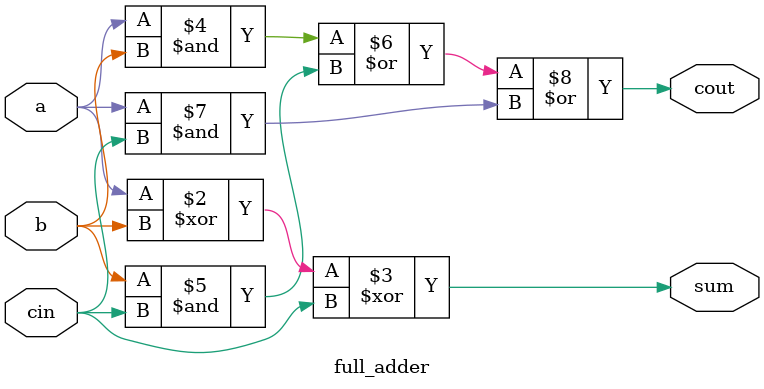
<source format=sv>
module full_adder (
    input  logic a,        // First input bit
    input  logic b,        // Second input bit
    input  logic cin,      // Carry-in
    output logic sum,      // Sum output
    output logic cout      // Carry-out
);

    // Combinational logic for sum and carry
    always_comb begin
        sum  = a ^ b ^ cin;
        cout = (a & b) | (b & cin) | (a & cin);
    end

endmodule

</source>
